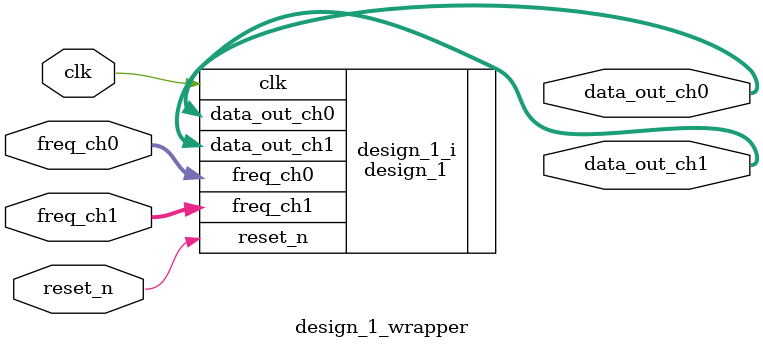
<source format=v>
`timescale 1 ps / 1 ps

module design_1_wrapper
   (clk,
    data_out_ch0,
    data_out_ch1,
    freq_ch0,
    freq_ch1,
    reset_n);
  input clk;
  output [31:0]data_out_ch0;
  output [31:0]data_out_ch1;
  input [47:0]freq_ch0;
  input [47:0]freq_ch1;
  input reset_n;

  wire clk;
  wire [31:0]data_out_ch0;
  wire [31:0]data_out_ch1;
  wire [47:0]freq_ch0;
  wire [47:0]freq_ch1;
  wire reset_n;

  design_1 design_1_i
       (.clk(clk),
        .data_out_ch0(data_out_ch0),
        .data_out_ch1(data_out_ch1),
        .freq_ch0(freq_ch0),
        .freq_ch1(freq_ch1),
        .reset_n(reset_n));
endmodule

</source>
